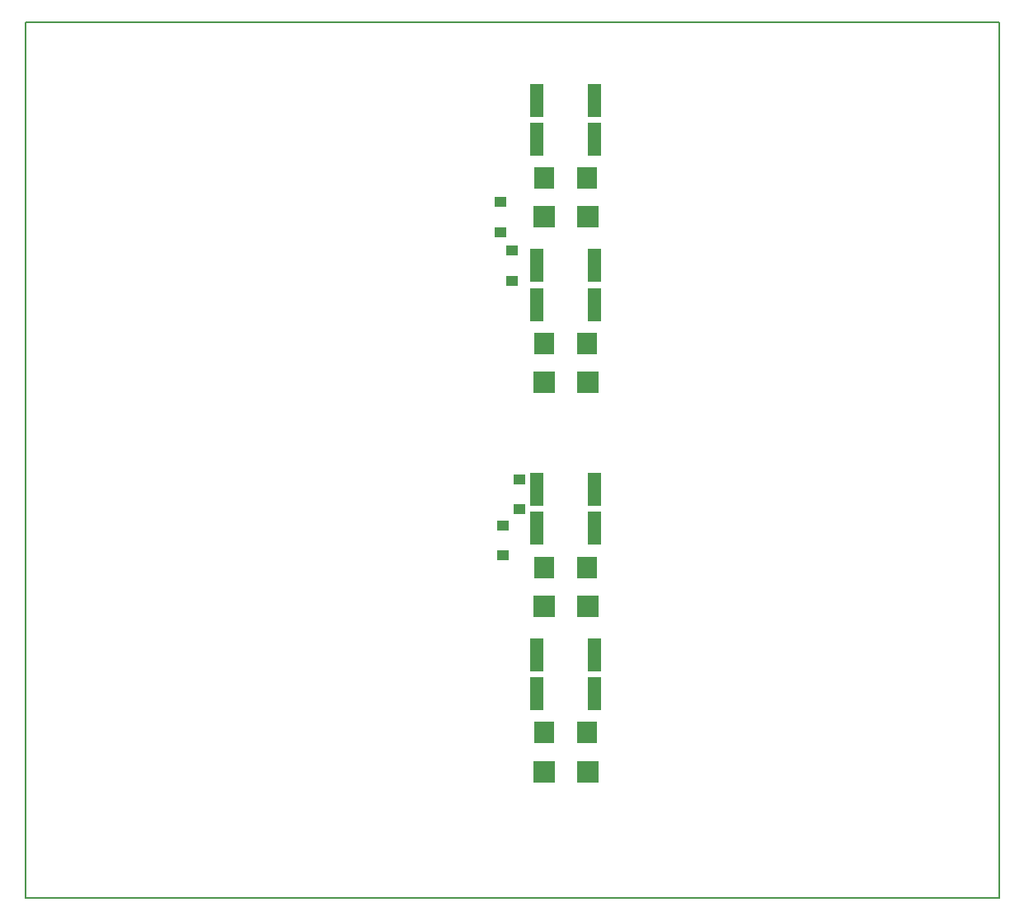
<source format=gtp>
G04 Layer_Color=8421504*
%FSLAX25Y25*%
%MOIN*%
G70*
G01*
G75*
%ADD11R,0.05315X0.13386*%
%ADD12R,0.09055X0.09055*%
%ADD13R,0.08268X0.09055*%
%ADD14R,0.04724X0.04331*%
%ADD17C,0.00787*%
D11*
X230217Y62992D02*
D03*
X206791D02*
D03*
X230217Y-94488D02*
D03*
X206791D02*
D03*
X230217Y-78740D02*
D03*
X206791D02*
D03*
X230217Y-27559D02*
D03*
X206791D02*
D03*
X230217Y-11811D02*
D03*
X206791D02*
D03*
X230217Y78740D02*
D03*
X206791D02*
D03*
X230118Y129921D02*
D03*
X206693D02*
D03*
X230217Y145669D02*
D03*
X206791D02*
D03*
D12*
X227362Y31496D02*
D03*
X209646D02*
D03*
X227362Y-125984D02*
D03*
X209646D02*
D03*
X227362Y-59055D02*
D03*
X209646D02*
D03*
X227362Y98425D02*
D03*
X209646D02*
D03*
D13*
X227165Y47244D02*
D03*
X209842D02*
D03*
Y-110236D02*
D03*
X227165D02*
D03*
Y-43307D02*
D03*
X209842D02*
D03*
Y114173D02*
D03*
X227165D02*
D03*
D14*
X192913Y-38583D02*
D03*
Y-26378D02*
D03*
X199803Y-19882D02*
D03*
Y-7677D02*
D03*
X191969Y104527D02*
D03*
Y92323D02*
D03*
X196850Y72638D02*
D03*
Y84842D02*
D03*
D17*
X0Y177165D02*
X393701D01*
Y-177165D02*
Y177165D01*
X0Y-177165D02*
Y177165D01*
Y-177165D02*
X393701D01*
M02*

</source>
